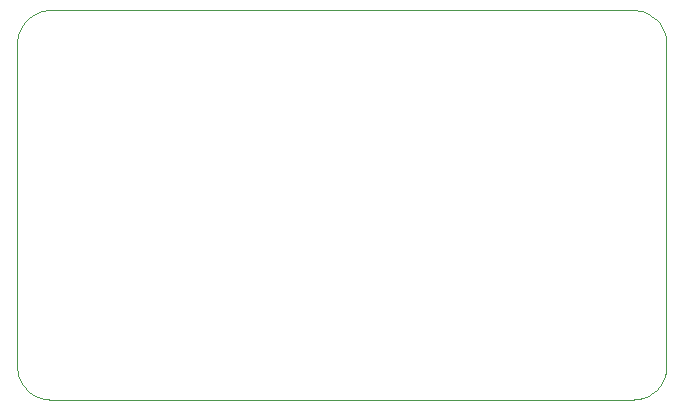
<source format=gm1>
G04 #@! TF.GenerationSoftware,KiCad,Pcbnew,(5.1.12)-1*
G04 #@! TF.CreationDate,2022-05-10T20:13:38+01:00*
G04 #@! TF.ProjectId,TV_B_Gone_ML_v1_3,54565f42-5f47-46f6-9e65-5f4d4c5f7631,rev?*
G04 #@! TF.SameCoordinates,Original*
G04 #@! TF.FileFunction,Profile,NP*
%FSLAX46Y46*%
G04 Gerber Fmt 4.6, Leading zero omitted, Abs format (unit mm)*
G04 Created by KiCad (PCBNEW (5.1.12)-1) date 2022-05-10 20:13:38*
%MOMM*%
%LPD*%
G01*
G04 APERTURE LIST*
G04 #@! TA.AperFunction,Profile*
%ADD10C,0.100000*%
G04 #@! TD*
G04 APERTURE END LIST*
D10*
X37922900Y-55454998D02*
X37922900Y-55454998D01*
X37922900Y-55454998D02*
X37922900Y-55454998D01*
X37626800Y-55469898D02*
X37922900Y-55454998D01*
X37339500Y-55513498D02*
X37626800Y-55469898D01*
X37062300Y-55584398D02*
X37339500Y-55513498D01*
X36796710Y-55681298D02*
X37062300Y-55584398D01*
X36544160Y-55802598D02*
X36796710Y-55681298D01*
X36306070Y-55946898D02*
X36544160Y-55802598D01*
X36083870Y-56112898D02*
X36306070Y-55946898D01*
X35878990Y-56298998D02*
X36083870Y-56112898D01*
X35692850Y-56503898D02*
X35878990Y-56298998D01*
X35526900Y-56726098D02*
X35692850Y-56503898D01*
X35382550Y-56964198D02*
X35526900Y-56726098D01*
X35261240Y-57216698D02*
X35382550Y-56964198D01*
X35164410Y-57482298D02*
X35261240Y-57216698D01*
X35093460Y-57759498D02*
X35164410Y-57482298D01*
X35049850Y-58046798D02*
X35093460Y-57759498D01*
X35034990Y-58342898D02*
X35049850Y-58046798D01*
X35034990Y-85567098D02*
X35034990Y-58342898D01*
X35049850Y-85863198D02*
X35034990Y-85567098D01*
X35093460Y-86150498D02*
X35049850Y-85863198D01*
X35164410Y-86427698D02*
X35093460Y-86150498D01*
X35261240Y-86693298D02*
X35164410Y-86427698D01*
X35382550Y-86945798D02*
X35261240Y-86693298D01*
X35526900Y-87183898D02*
X35382550Y-86945798D01*
X35692850Y-87406098D02*
X35526900Y-87183898D01*
X35878990Y-87610998D02*
X35692850Y-87406098D01*
X36083870Y-87797098D02*
X35878990Y-87610998D01*
X36306070Y-87963098D02*
X36083870Y-87797098D01*
X36544160Y-88107398D02*
X36306070Y-87963098D01*
X36796710Y-88228798D02*
X36544160Y-88107398D01*
X37062300Y-88325598D02*
X36796710Y-88228798D01*
X37339500Y-88396498D02*
X37062300Y-88325598D01*
X37626800Y-88440098D02*
X37339500Y-88396498D01*
X37922900Y-88454998D02*
X37626800Y-88440098D01*
X87147100Y-88454998D02*
X37922900Y-88454998D01*
X87443200Y-88440098D02*
X87147100Y-88454998D01*
X87730500Y-88396498D02*
X87443200Y-88440098D01*
X88007700Y-88325598D02*
X87730500Y-88396498D01*
X88273300Y-88228798D02*
X88007700Y-88325598D01*
X88525800Y-88107398D02*
X88273300Y-88228798D01*
X88763900Y-87963098D02*
X88525800Y-88107398D01*
X88986100Y-87797098D02*
X88763900Y-87963098D01*
X89191000Y-87610998D02*
X88986100Y-87797098D01*
X89377100Y-87406098D02*
X89191000Y-87610998D01*
X89543100Y-87183898D02*
X89377100Y-87406098D01*
X89687400Y-86945798D02*
X89543100Y-87183898D01*
X89808700Y-86693298D02*
X89687400Y-86945798D01*
X89905600Y-86427698D02*
X89808700Y-86693298D01*
X89976500Y-86150498D02*
X89905600Y-86427698D01*
X90020100Y-85863198D02*
X89976500Y-86150498D01*
X90035000Y-85567098D02*
X90020100Y-85863198D01*
X90035000Y-58342898D02*
X90035000Y-85567098D01*
X90020100Y-58046798D02*
X90035000Y-58342898D01*
X89976500Y-57759498D02*
X90020100Y-58046798D01*
X89905600Y-57482298D02*
X89976500Y-57759498D01*
X89808700Y-57216698D02*
X89905600Y-57482298D01*
X89687400Y-56964198D02*
X89808700Y-57216698D01*
X89543100Y-56726098D02*
X89687400Y-56964198D01*
X89377100Y-56503898D02*
X89543100Y-56726098D01*
X89191000Y-56298998D02*
X89377100Y-56503898D01*
X88986100Y-56112898D02*
X89191000Y-56298998D01*
X88763900Y-55946898D02*
X88986100Y-56112898D01*
X88525800Y-55802598D02*
X88763900Y-55946898D01*
X88273300Y-55681298D02*
X88525800Y-55802598D01*
X88007700Y-55584398D02*
X88273300Y-55681298D01*
X87730500Y-55513498D02*
X88007700Y-55584398D01*
X87443200Y-55469898D02*
X87730500Y-55513498D01*
X87147100Y-55454998D02*
X87443200Y-55469898D01*
X37922900Y-55454998D02*
X87147100Y-55454998D01*
M02*

</source>
